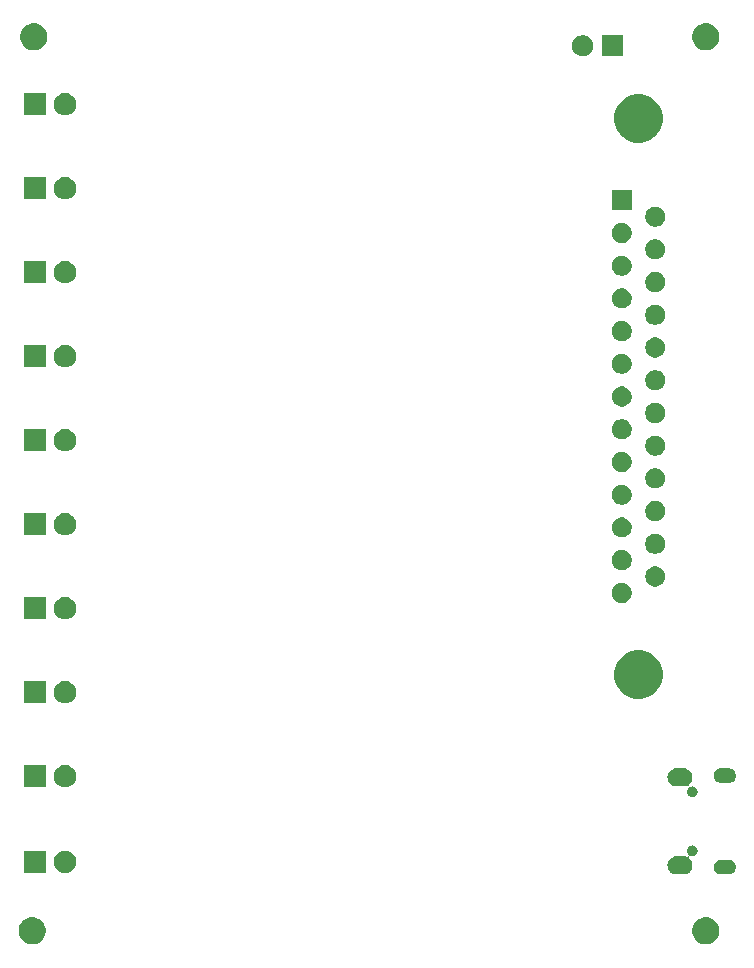
<source format=gbr>
G04 #@! TF.GenerationSoftware,KiCad,Pcbnew,(5.1.5-0)*
G04 #@! TF.CreationDate,2020-10-30T11:29:40+01:00*
G04 #@! TF.ProjectId,wifi-modem,77696669-2d6d-46f6-9465-6d2e6b696361,rev?*
G04 #@! TF.SameCoordinates,Original*
G04 #@! TF.FileFunction,Soldermask,Bot*
G04 #@! TF.FilePolarity,Negative*
%FSLAX46Y46*%
G04 Gerber Fmt 4.6, Leading zero omitted, Abs format (unit mm)*
G04 Created by KiCad (PCBNEW (5.1.5-0)) date 2020-10-30 11:29:40*
%MOMM*%
%LPD*%
G04 APERTURE LIST*
%ADD10C,0.100000*%
G04 APERTURE END LIST*
D10*
G36*
X175992549Y-137301116D02*
G01*
X176103734Y-137323232D01*
X176313203Y-137409997D01*
X176501720Y-137535960D01*
X176662040Y-137696280D01*
X176788003Y-137884797D01*
X176874768Y-138094266D01*
X176919000Y-138316636D01*
X176919000Y-138543364D01*
X176874768Y-138765734D01*
X176788003Y-138975203D01*
X176662040Y-139163720D01*
X176501720Y-139324040D01*
X176313203Y-139450003D01*
X176103734Y-139536768D01*
X175992549Y-139558884D01*
X175881365Y-139581000D01*
X175654635Y-139581000D01*
X175543451Y-139558884D01*
X175432266Y-139536768D01*
X175222797Y-139450003D01*
X175034280Y-139324040D01*
X174873960Y-139163720D01*
X174747997Y-138975203D01*
X174661232Y-138765734D01*
X174617000Y-138543364D01*
X174617000Y-138316636D01*
X174661232Y-138094266D01*
X174747997Y-137884797D01*
X174873960Y-137696280D01*
X175034280Y-137535960D01*
X175222797Y-137409997D01*
X175432266Y-137323232D01*
X175543451Y-137301116D01*
X175654635Y-137279000D01*
X175881365Y-137279000D01*
X175992549Y-137301116D01*
G37*
G36*
X118969549Y-137301116D02*
G01*
X119080734Y-137323232D01*
X119290203Y-137409997D01*
X119478720Y-137535960D01*
X119639040Y-137696280D01*
X119765003Y-137884797D01*
X119851768Y-138094266D01*
X119896000Y-138316636D01*
X119896000Y-138543364D01*
X119851768Y-138765734D01*
X119765003Y-138975203D01*
X119639040Y-139163720D01*
X119478720Y-139324040D01*
X119290203Y-139450003D01*
X119080734Y-139536768D01*
X118969549Y-139558884D01*
X118858365Y-139581000D01*
X118631635Y-139581000D01*
X118520451Y-139558884D01*
X118409266Y-139536768D01*
X118199797Y-139450003D01*
X118011280Y-139324040D01*
X117850960Y-139163720D01*
X117724997Y-138975203D01*
X117638232Y-138765734D01*
X117594000Y-138543364D01*
X117594000Y-138316636D01*
X117638232Y-138094266D01*
X117724997Y-137884797D01*
X117850960Y-137696280D01*
X118011280Y-137535960D01*
X118199797Y-137409997D01*
X118409266Y-137323232D01*
X118520451Y-137301116D01*
X118631635Y-137279000D01*
X118858365Y-137279000D01*
X118969549Y-137301116D01*
G37*
G36*
X174769352Y-131225331D02*
G01*
X174851427Y-131259328D01*
X174851429Y-131259329D01*
X174888613Y-131284175D01*
X174925295Y-131308685D01*
X174988115Y-131371505D01*
X175037472Y-131445373D01*
X175071469Y-131527448D01*
X175088800Y-131614579D01*
X175088800Y-131703421D01*
X175071469Y-131790552D01*
X175047130Y-131849310D01*
X175037471Y-131872629D01*
X174988114Y-131946496D01*
X174925296Y-132009314D01*
X174851429Y-132058671D01*
X174851428Y-132058672D01*
X174851427Y-132058672D01*
X174769352Y-132092669D01*
X174682221Y-132110000D01*
X174593379Y-132110000D01*
X174503854Y-132092193D01*
X174485057Y-132086490D01*
X174460671Y-132084088D01*
X174436285Y-132086489D01*
X174412836Y-132093602D01*
X174391225Y-132105153D01*
X174372283Y-132120698D01*
X174356737Y-132139639D01*
X174345186Y-132161250D01*
X174338072Y-132184699D01*
X174335670Y-132209085D01*
X174338071Y-132233471D01*
X174345184Y-132256920D01*
X174356735Y-132278531D01*
X174372280Y-132297473D01*
X174381370Y-132305712D01*
X174414167Y-132332628D01*
X174511145Y-132450796D01*
X174583198Y-132585598D01*
X174627572Y-132731879D01*
X174642554Y-132884000D01*
X174627572Y-133036121D01*
X174583198Y-133182402D01*
X174511145Y-133317204D01*
X174511143Y-133317207D01*
X174511142Y-133317208D01*
X174414169Y-133435369D01*
X174332428Y-133502453D01*
X174296004Y-133532345D01*
X174161202Y-133604398D01*
X174014921Y-133648772D01*
X173900918Y-133660000D01*
X173274682Y-133660000D01*
X173160679Y-133648772D01*
X173014398Y-133604398D01*
X172879596Y-133532345D01*
X172843173Y-133502453D01*
X172761431Y-133435369D01*
X172664458Y-133317208D01*
X172664457Y-133317207D01*
X172664455Y-133317204D01*
X172592402Y-133182402D01*
X172548028Y-133036121D01*
X172533046Y-132884000D01*
X172548028Y-132731879D01*
X172592402Y-132585598D01*
X172664455Y-132450796D01*
X172761431Y-132332631D01*
X172827352Y-132278531D01*
X172879592Y-132235658D01*
X172879593Y-132235657D01*
X172879596Y-132235655D01*
X173014398Y-132163602D01*
X173160679Y-132119228D01*
X173274682Y-132108000D01*
X173900918Y-132108000D01*
X174014921Y-132119228D01*
X174167136Y-132165402D01*
X174178361Y-132170052D01*
X174202395Y-132174833D01*
X174226899Y-132174833D01*
X174250932Y-132170054D01*
X174273571Y-132160677D01*
X174293946Y-132147064D01*
X174311273Y-132129737D01*
X174324888Y-132109363D01*
X174334266Y-132086725D01*
X174339047Y-132062691D01*
X174339047Y-132038187D01*
X174334268Y-132014154D01*
X174324891Y-131991515D01*
X174311278Y-131971140D01*
X174303038Y-131962048D01*
X174287485Y-131946495D01*
X174238128Y-131872627D01*
X174204131Y-131790552D01*
X174186800Y-131703421D01*
X174186800Y-131614579D01*
X174204131Y-131527448D01*
X174238128Y-131445373D01*
X174287485Y-131371505D01*
X174350305Y-131308685D01*
X174386987Y-131284175D01*
X174424171Y-131259329D01*
X174424173Y-131259328D01*
X174506248Y-131225331D01*
X174593379Y-131208000D01*
X174682221Y-131208000D01*
X174769352Y-131225331D01*
G37*
G36*
X177835515Y-132417058D02*
G01*
X177931553Y-132446191D01*
X177946735Y-132450796D01*
X177953522Y-132452855D01*
X178062268Y-132510981D01*
X178157590Y-132589210D01*
X178235819Y-132684532D01*
X178293945Y-132793278D01*
X178329742Y-132911285D01*
X178341828Y-133034000D01*
X178329742Y-133156715D01*
X178293945Y-133274722D01*
X178235819Y-133383468D01*
X178157590Y-133478790D01*
X178062268Y-133557019D01*
X177953522Y-133615145D01*
X177835515Y-133650942D01*
X177743546Y-133660000D01*
X177032054Y-133660000D01*
X176940085Y-133650942D01*
X176822078Y-133615145D01*
X176713332Y-133557019D01*
X176618010Y-133478790D01*
X176539781Y-133383468D01*
X176481655Y-133274722D01*
X176445858Y-133156715D01*
X176433772Y-133034000D01*
X176445858Y-132911285D01*
X176481655Y-132793278D01*
X176539781Y-132684532D01*
X176618010Y-132589210D01*
X176713332Y-132510981D01*
X176822078Y-132452855D01*
X176828866Y-132450796D01*
X176844047Y-132446191D01*
X176940085Y-132417058D01*
X177032054Y-132408000D01*
X177743546Y-132408000D01*
X177835515Y-132417058D01*
G37*
G36*
X121816395Y-131673546D02*
G01*
X121989466Y-131745234D01*
X121989467Y-131745235D01*
X122145227Y-131849310D01*
X122277690Y-131981773D01*
X122277691Y-131981775D01*
X122381766Y-132137534D01*
X122453454Y-132310605D01*
X122490000Y-132494333D01*
X122490000Y-132681667D01*
X122453454Y-132865395D01*
X122381766Y-133038466D01*
X122381765Y-133038467D01*
X122277690Y-133194227D01*
X122145227Y-133326690D01*
X122066818Y-133379081D01*
X121989466Y-133430766D01*
X121816395Y-133502454D01*
X121632667Y-133539000D01*
X121445333Y-133539000D01*
X121261605Y-133502454D01*
X121088534Y-133430766D01*
X121011182Y-133379081D01*
X120932773Y-133326690D01*
X120800310Y-133194227D01*
X120696235Y-133038467D01*
X120696234Y-133038466D01*
X120624546Y-132865395D01*
X120588000Y-132681667D01*
X120588000Y-132494333D01*
X120624546Y-132310605D01*
X120696234Y-132137534D01*
X120800309Y-131981775D01*
X120800310Y-131981773D01*
X120932773Y-131849310D01*
X121088533Y-131745235D01*
X121088534Y-131745234D01*
X121261605Y-131673546D01*
X121445333Y-131637000D01*
X121632667Y-131637000D01*
X121816395Y-131673546D01*
G37*
G36*
X119950000Y-133539000D02*
G01*
X118048000Y-133539000D01*
X118048000Y-131637000D01*
X119950000Y-131637000D01*
X119950000Y-133539000D01*
G37*
G36*
X174014921Y-124669228D02*
G01*
X174161202Y-124713602D01*
X174296004Y-124785655D01*
X174296007Y-124785657D01*
X174296008Y-124785658D01*
X174414169Y-124882631D01*
X174456763Y-124934531D01*
X174511145Y-125000796D01*
X174583198Y-125135598D01*
X174627572Y-125281879D01*
X174642554Y-125434000D01*
X174627572Y-125586121D01*
X174583198Y-125732402D01*
X174511145Y-125867204D01*
X174414167Y-125985372D01*
X174381370Y-126012288D01*
X174364043Y-126029615D01*
X174350430Y-126049989D01*
X174341052Y-126072628D01*
X174336272Y-126096661D01*
X174336272Y-126121165D01*
X174341052Y-126145199D01*
X174350430Y-126167837D01*
X174364044Y-126188212D01*
X174381371Y-126205539D01*
X174401745Y-126219152D01*
X174424384Y-126228530D01*
X174448417Y-126233310D01*
X174472921Y-126233310D01*
X174496955Y-126228530D01*
X174505449Y-126225490D01*
X174593379Y-126208000D01*
X174682221Y-126208000D01*
X174769352Y-126225331D01*
X174851427Y-126259328D01*
X174851429Y-126259329D01*
X174857601Y-126263453D01*
X174925295Y-126308685D01*
X174988115Y-126371505D01*
X175037472Y-126445373D01*
X175071469Y-126527448D01*
X175088800Y-126614579D01*
X175088800Y-126703421D01*
X175071469Y-126790552D01*
X175037472Y-126872627D01*
X175037471Y-126872629D01*
X174988114Y-126946496D01*
X174925296Y-127009314D01*
X174851429Y-127058671D01*
X174851428Y-127058672D01*
X174851427Y-127058672D01*
X174769352Y-127092669D01*
X174682221Y-127110000D01*
X174593379Y-127110000D01*
X174506248Y-127092669D01*
X174424173Y-127058672D01*
X174424172Y-127058672D01*
X174424171Y-127058671D01*
X174350304Y-127009314D01*
X174287486Y-126946496D01*
X174238129Y-126872629D01*
X174238128Y-126872627D01*
X174204131Y-126790552D01*
X174186800Y-126703421D01*
X174186800Y-126614579D01*
X174204131Y-126527448D01*
X174238128Y-126445373D01*
X174287485Y-126371505D01*
X174303038Y-126355952D01*
X174318583Y-126337010D01*
X174330134Y-126315399D01*
X174337247Y-126291950D01*
X174339649Y-126267564D01*
X174337247Y-126243178D01*
X174330134Y-126219729D01*
X174318583Y-126198118D01*
X174303038Y-126179176D01*
X174284096Y-126163631D01*
X174262485Y-126152080D01*
X174239036Y-126144967D01*
X174214650Y-126142565D01*
X174190264Y-126144967D01*
X174166815Y-126152080D01*
X174163186Y-126153796D01*
X174161200Y-126154398D01*
X174161199Y-126154399D01*
X174130765Y-126163631D01*
X174014921Y-126198772D01*
X173900918Y-126210000D01*
X173274682Y-126210000D01*
X173160679Y-126198772D01*
X173014398Y-126154398D01*
X172879596Y-126082345D01*
X172815345Y-126029615D01*
X172761431Y-125985369D01*
X172664458Y-125867208D01*
X172664457Y-125867207D01*
X172664455Y-125867204D01*
X172592402Y-125732402D01*
X172548028Y-125586121D01*
X172533046Y-125434000D01*
X172548028Y-125281879D01*
X172592402Y-125135598D01*
X172664455Y-125000796D01*
X172718838Y-124934531D01*
X172761431Y-124882631D01*
X172879592Y-124785658D01*
X172879593Y-124785657D01*
X172879596Y-124785655D01*
X173014398Y-124713602D01*
X173160679Y-124669228D01*
X173274682Y-124658000D01*
X173900918Y-124658000D01*
X174014921Y-124669228D01*
G37*
G36*
X121816395Y-124434546D02*
G01*
X121989466Y-124506234D01*
X121989467Y-124506235D01*
X122145227Y-124610310D01*
X122277690Y-124742773D01*
X122277691Y-124742775D01*
X122381766Y-124898534D01*
X122453454Y-125071605D01*
X122490000Y-125255333D01*
X122490000Y-125442667D01*
X122453454Y-125626395D01*
X122381766Y-125799466D01*
X122381765Y-125799467D01*
X122277690Y-125955227D01*
X122145227Y-126087690D01*
X122095128Y-126121165D01*
X121989466Y-126191766D01*
X121816395Y-126263454D01*
X121632667Y-126300000D01*
X121445333Y-126300000D01*
X121261605Y-126263454D01*
X121088534Y-126191766D01*
X120982872Y-126121165D01*
X120932773Y-126087690D01*
X120800310Y-125955227D01*
X120696235Y-125799467D01*
X120696234Y-125799466D01*
X120624546Y-125626395D01*
X120588000Y-125442667D01*
X120588000Y-125255333D01*
X120624546Y-125071605D01*
X120696234Y-124898534D01*
X120800309Y-124742775D01*
X120800310Y-124742773D01*
X120932773Y-124610310D01*
X121088533Y-124506235D01*
X121088534Y-124506234D01*
X121261605Y-124434546D01*
X121445333Y-124398000D01*
X121632667Y-124398000D01*
X121816395Y-124434546D01*
G37*
G36*
X119950000Y-126300000D02*
G01*
X118048000Y-126300000D01*
X118048000Y-124398000D01*
X119950000Y-124398000D01*
X119950000Y-126300000D01*
G37*
G36*
X177835515Y-124667058D02*
G01*
X177953522Y-124702855D01*
X178062268Y-124760981D01*
X178157590Y-124839210D01*
X178235819Y-124934532D01*
X178293945Y-125043278D01*
X178329742Y-125161285D01*
X178341828Y-125284000D01*
X178329742Y-125406715D01*
X178293945Y-125524722D01*
X178235819Y-125633468D01*
X178157590Y-125728790D01*
X178062268Y-125807019D01*
X177953522Y-125865145D01*
X177953519Y-125865146D01*
X177946721Y-125867208D01*
X177835515Y-125900942D01*
X177743546Y-125910000D01*
X177032054Y-125910000D01*
X176940085Y-125900942D01*
X176828879Y-125867208D01*
X176822081Y-125865146D01*
X176822078Y-125865145D01*
X176713332Y-125807019D01*
X176618010Y-125728790D01*
X176539781Y-125633468D01*
X176481655Y-125524722D01*
X176445858Y-125406715D01*
X176433772Y-125284000D01*
X176445858Y-125161285D01*
X176481655Y-125043278D01*
X176539781Y-124934532D01*
X176618010Y-124839210D01*
X176713332Y-124760981D01*
X176822078Y-124702855D01*
X176940085Y-124667058D01*
X177032054Y-124658000D01*
X177743546Y-124658000D01*
X177835515Y-124667058D01*
G37*
G36*
X119950000Y-119188000D02*
G01*
X118048000Y-119188000D01*
X118048000Y-117286000D01*
X119950000Y-117286000D01*
X119950000Y-119188000D01*
G37*
G36*
X121816395Y-117322546D02*
G01*
X121989466Y-117394234D01*
X121989467Y-117394235D01*
X122145227Y-117498310D01*
X122277690Y-117630773D01*
X122277691Y-117630775D01*
X122381766Y-117786534D01*
X122453454Y-117959605D01*
X122490000Y-118143333D01*
X122490000Y-118330667D01*
X122453454Y-118514395D01*
X122381766Y-118687466D01*
X122381765Y-118687467D01*
X122277690Y-118843227D01*
X122145227Y-118975690D01*
X122066818Y-119028081D01*
X121989466Y-119079766D01*
X121816395Y-119151454D01*
X121632667Y-119188000D01*
X121445333Y-119188000D01*
X121261605Y-119151454D01*
X121088534Y-119079766D01*
X121011182Y-119028081D01*
X120932773Y-118975690D01*
X120800310Y-118843227D01*
X120696235Y-118687467D01*
X120696234Y-118687466D01*
X120624546Y-118514395D01*
X120588000Y-118330667D01*
X120588000Y-118143333D01*
X120624546Y-117959605D01*
X120696234Y-117786534D01*
X120800309Y-117630775D01*
X120800310Y-117630773D01*
X120932773Y-117498310D01*
X121088533Y-117394235D01*
X121088534Y-117394234D01*
X121261605Y-117322546D01*
X121445333Y-117286000D01*
X121632667Y-117286000D01*
X121816395Y-117322546D01*
G37*
G36*
X170674254Y-114778818D02*
G01*
X171047511Y-114933426D01*
X171047513Y-114933427D01*
X171383436Y-115157884D01*
X171669116Y-115443564D01*
X171893574Y-115779489D01*
X172048182Y-116152746D01*
X172127000Y-116548993D01*
X172127000Y-116953007D01*
X172048182Y-117349254D01*
X172029550Y-117394235D01*
X171893573Y-117722513D01*
X171669116Y-118058436D01*
X171383436Y-118344116D01*
X171047513Y-118568573D01*
X171047512Y-118568574D01*
X171047511Y-118568574D01*
X170674254Y-118723182D01*
X170278007Y-118802000D01*
X169873993Y-118802000D01*
X169477746Y-118723182D01*
X169104489Y-118568574D01*
X169104488Y-118568574D01*
X169104487Y-118568573D01*
X168768564Y-118344116D01*
X168482884Y-118058436D01*
X168258427Y-117722513D01*
X168122450Y-117394235D01*
X168103818Y-117349254D01*
X168025000Y-116953007D01*
X168025000Y-116548993D01*
X168103818Y-116152746D01*
X168258426Y-115779489D01*
X168482884Y-115443564D01*
X168768564Y-115157884D01*
X169104487Y-114933427D01*
X169104489Y-114933426D01*
X169477746Y-114778818D01*
X169873993Y-114700000D01*
X170278007Y-114700000D01*
X170674254Y-114778818D01*
G37*
G36*
X119950000Y-112076000D02*
G01*
X118048000Y-112076000D01*
X118048000Y-110174000D01*
X119950000Y-110174000D01*
X119950000Y-112076000D01*
G37*
G36*
X121816395Y-110210546D02*
G01*
X121989466Y-110282234D01*
X121989467Y-110282235D01*
X122145227Y-110386310D01*
X122277690Y-110518773D01*
X122277691Y-110518775D01*
X122381766Y-110674534D01*
X122453454Y-110847605D01*
X122490000Y-111031333D01*
X122490000Y-111218667D01*
X122453454Y-111402395D01*
X122381766Y-111575466D01*
X122381765Y-111575467D01*
X122277690Y-111731227D01*
X122145227Y-111863690D01*
X122066818Y-111916081D01*
X121989466Y-111967766D01*
X121816395Y-112039454D01*
X121632667Y-112076000D01*
X121445333Y-112076000D01*
X121261605Y-112039454D01*
X121088534Y-111967766D01*
X121011182Y-111916081D01*
X120932773Y-111863690D01*
X120800310Y-111731227D01*
X120696235Y-111575467D01*
X120696234Y-111575466D01*
X120624546Y-111402395D01*
X120588000Y-111218667D01*
X120588000Y-111031333D01*
X120624546Y-110847605D01*
X120696234Y-110674534D01*
X120800309Y-110518775D01*
X120800310Y-110518773D01*
X120932773Y-110386310D01*
X121088533Y-110282235D01*
X121088534Y-110282234D01*
X121261605Y-110210546D01*
X121445333Y-110174000D01*
X121632667Y-110174000D01*
X121816395Y-110210546D01*
G37*
G36*
X168904228Y-109002703D02*
G01*
X169059100Y-109066853D01*
X169198481Y-109159985D01*
X169317015Y-109278519D01*
X169410147Y-109417900D01*
X169474297Y-109572772D01*
X169507000Y-109737184D01*
X169507000Y-109904816D01*
X169474297Y-110069228D01*
X169410147Y-110224100D01*
X169317015Y-110363481D01*
X169198481Y-110482015D01*
X169059100Y-110575147D01*
X168904228Y-110639297D01*
X168739816Y-110672000D01*
X168572184Y-110672000D01*
X168407772Y-110639297D01*
X168252900Y-110575147D01*
X168113519Y-110482015D01*
X167994985Y-110363481D01*
X167901853Y-110224100D01*
X167837703Y-110069228D01*
X167805000Y-109904816D01*
X167805000Y-109737184D01*
X167837703Y-109572772D01*
X167901853Y-109417900D01*
X167994985Y-109278519D01*
X168113519Y-109159985D01*
X168252900Y-109066853D01*
X168407772Y-109002703D01*
X168572184Y-108970000D01*
X168739816Y-108970000D01*
X168904228Y-109002703D01*
G37*
G36*
X171744228Y-107617703D02*
G01*
X171899100Y-107681853D01*
X172038481Y-107774985D01*
X172157015Y-107893519D01*
X172250147Y-108032900D01*
X172314297Y-108187772D01*
X172347000Y-108352184D01*
X172347000Y-108519816D01*
X172314297Y-108684228D01*
X172250147Y-108839100D01*
X172157015Y-108978481D01*
X172038481Y-109097015D01*
X171899100Y-109190147D01*
X171744228Y-109254297D01*
X171579816Y-109287000D01*
X171412184Y-109287000D01*
X171247772Y-109254297D01*
X171092900Y-109190147D01*
X170953519Y-109097015D01*
X170834985Y-108978481D01*
X170741853Y-108839100D01*
X170677703Y-108684228D01*
X170645000Y-108519816D01*
X170645000Y-108352184D01*
X170677703Y-108187772D01*
X170741853Y-108032900D01*
X170834985Y-107893519D01*
X170953519Y-107774985D01*
X171092900Y-107681853D01*
X171247772Y-107617703D01*
X171412184Y-107585000D01*
X171579816Y-107585000D01*
X171744228Y-107617703D01*
G37*
G36*
X168904228Y-106232703D02*
G01*
X169059100Y-106296853D01*
X169198481Y-106389985D01*
X169317015Y-106508519D01*
X169410147Y-106647900D01*
X169474297Y-106802772D01*
X169507000Y-106967184D01*
X169507000Y-107134816D01*
X169474297Y-107299228D01*
X169410147Y-107454100D01*
X169317015Y-107593481D01*
X169198481Y-107712015D01*
X169059100Y-107805147D01*
X168904228Y-107869297D01*
X168739816Y-107902000D01*
X168572184Y-107902000D01*
X168407772Y-107869297D01*
X168252900Y-107805147D01*
X168113519Y-107712015D01*
X167994985Y-107593481D01*
X167901853Y-107454100D01*
X167837703Y-107299228D01*
X167805000Y-107134816D01*
X167805000Y-106967184D01*
X167837703Y-106802772D01*
X167901853Y-106647900D01*
X167994985Y-106508519D01*
X168113519Y-106389985D01*
X168252900Y-106296853D01*
X168407772Y-106232703D01*
X168572184Y-106200000D01*
X168739816Y-106200000D01*
X168904228Y-106232703D01*
G37*
G36*
X171744228Y-104847703D02*
G01*
X171899100Y-104911853D01*
X172038481Y-105004985D01*
X172157015Y-105123519D01*
X172250147Y-105262900D01*
X172314297Y-105417772D01*
X172347000Y-105582184D01*
X172347000Y-105749816D01*
X172314297Y-105914228D01*
X172250147Y-106069100D01*
X172157015Y-106208481D01*
X172038481Y-106327015D01*
X171899100Y-106420147D01*
X171744228Y-106484297D01*
X171579816Y-106517000D01*
X171412184Y-106517000D01*
X171247772Y-106484297D01*
X171092900Y-106420147D01*
X170953519Y-106327015D01*
X170834985Y-106208481D01*
X170741853Y-106069100D01*
X170677703Y-105914228D01*
X170645000Y-105749816D01*
X170645000Y-105582184D01*
X170677703Y-105417772D01*
X170741853Y-105262900D01*
X170834985Y-105123519D01*
X170953519Y-105004985D01*
X171092900Y-104911853D01*
X171247772Y-104847703D01*
X171412184Y-104815000D01*
X171579816Y-104815000D01*
X171744228Y-104847703D01*
G37*
G36*
X168904228Y-103462703D02*
G01*
X169059100Y-103526853D01*
X169198481Y-103619985D01*
X169317015Y-103738519D01*
X169410147Y-103877900D01*
X169474297Y-104032772D01*
X169507000Y-104197184D01*
X169507000Y-104364816D01*
X169474297Y-104529228D01*
X169410147Y-104684100D01*
X169317015Y-104823481D01*
X169198481Y-104942015D01*
X169059100Y-105035147D01*
X168904228Y-105099297D01*
X168739816Y-105132000D01*
X168572184Y-105132000D01*
X168407772Y-105099297D01*
X168252900Y-105035147D01*
X168113519Y-104942015D01*
X167994985Y-104823481D01*
X167901853Y-104684100D01*
X167837703Y-104529228D01*
X167805000Y-104364816D01*
X167805000Y-104197184D01*
X167837703Y-104032772D01*
X167901853Y-103877900D01*
X167994985Y-103738519D01*
X168113519Y-103619985D01*
X168252900Y-103526853D01*
X168407772Y-103462703D01*
X168572184Y-103430000D01*
X168739816Y-103430000D01*
X168904228Y-103462703D01*
G37*
G36*
X119950000Y-104964000D02*
G01*
X118048000Y-104964000D01*
X118048000Y-103062000D01*
X119950000Y-103062000D01*
X119950000Y-104964000D01*
G37*
G36*
X121816395Y-103098546D02*
G01*
X121989466Y-103170234D01*
X121989467Y-103170235D01*
X122145227Y-103274310D01*
X122277690Y-103406773D01*
X122315061Y-103462703D01*
X122381766Y-103562534D01*
X122453454Y-103735605D01*
X122490000Y-103919333D01*
X122490000Y-104106667D01*
X122453454Y-104290395D01*
X122381766Y-104463466D01*
X122381765Y-104463467D01*
X122277690Y-104619227D01*
X122145227Y-104751690D01*
X122066818Y-104804081D01*
X121989466Y-104855766D01*
X121816395Y-104927454D01*
X121632667Y-104964000D01*
X121445333Y-104964000D01*
X121261605Y-104927454D01*
X121088534Y-104855766D01*
X121011182Y-104804081D01*
X120932773Y-104751690D01*
X120800310Y-104619227D01*
X120696235Y-104463467D01*
X120696234Y-104463466D01*
X120624546Y-104290395D01*
X120588000Y-104106667D01*
X120588000Y-103919333D01*
X120624546Y-103735605D01*
X120696234Y-103562534D01*
X120762939Y-103462703D01*
X120800310Y-103406773D01*
X120932773Y-103274310D01*
X121088533Y-103170235D01*
X121088534Y-103170234D01*
X121261605Y-103098546D01*
X121445333Y-103062000D01*
X121632667Y-103062000D01*
X121816395Y-103098546D01*
G37*
G36*
X171744228Y-102077703D02*
G01*
X171899100Y-102141853D01*
X172038481Y-102234985D01*
X172157015Y-102353519D01*
X172250147Y-102492900D01*
X172314297Y-102647772D01*
X172347000Y-102812184D01*
X172347000Y-102979816D01*
X172314297Y-103144228D01*
X172250147Y-103299100D01*
X172157015Y-103438481D01*
X172038481Y-103557015D01*
X171899100Y-103650147D01*
X171744228Y-103714297D01*
X171579816Y-103747000D01*
X171412184Y-103747000D01*
X171247772Y-103714297D01*
X171092900Y-103650147D01*
X170953519Y-103557015D01*
X170834985Y-103438481D01*
X170741853Y-103299100D01*
X170677703Y-103144228D01*
X170645000Y-102979816D01*
X170645000Y-102812184D01*
X170677703Y-102647772D01*
X170741853Y-102492900D01*
X170834985Y-102353519D01*
X170953519Y-102234985D01*
X171092900Y-102141853D01*
X171247772Y-102077703D01*
X171412184Y-102045000D01*
X171579816Y-102045000D01*
X171744228Y-102077703D01*
G37*
G36*
X168904228Y-100692703D02*
G01*
X169059100Y-100756853D01*
X169198481Y-100849985D01*
X169317015Y-100968519D01*
X169410147Y-101107900D01*
X169474297Y-101262772D01*
X169507000Y-101427184D01*
X169507000Y-101594816D01*
X169474297Y-101759228D01*
X169410147Y-101914100D01*
X169317015Y-102053481D01*
X169198481Y-102172015D01*
X169059100Y-102265147D01*
X168904228Y-102329297D01*
X168739816Y-102362000D01*
X168572184Y-102362000D01*
X168407772Y-102329297D01*
X168252900Y-102265147D01*
X168113519Y-102172015D01*
X167994985Y-102053481D01*
X167901853Y-101914100D01*
X167837703Y-101759228D01*
X167805000Y-101594816D01*
X167805000Y-101427184D01*
X167837703Y-101262772D01*
X167901853Y-101107900D01*
X167994985Y-100968519D01*
X168113519Y-100849985D01*
X168252900Y-100756853D01*
X168407772Y-100692703D01*
X168572184Y-100660000D01*
X168739816Y-100660000D01*
X168904228Y-100692703D01*
G37*
G36*
X171744228Y-99307703D02*
G01*
X171899100Y-99371853D01*
X172038481Y-99464985D01*
X172157015Y-99583519D01*
X172250147Y-99722900D01*
X172314297Y-99877772D01*
X172347000Y-100042184D01*
X172347000Y-100209816D01*
X172314297Y-100374228D01*
X172250147Y-100529100D01*
X172157015Y-100668481D01*
X172038481Y-100787015D01*
X171899100Y-100880147D01*
X171744228Y-100944297D01*
X171579816Y-100977000D01*
X171412184Y-100977000D01*
X171247772Y-100944297D01*
X171092900Y-100880147D01*
X170953519Y-100787015D01*
X170834985Y-100668481D01*
X170741853Y-100529100D01*
X170677703Y-100374228D01*
X170645000Y-100209816D01*
X170645000Y-100042184D01*
X170677703Y-99877772D01*
X170741853Y-99722900D01*
X170834985Y-99583519D01*
X170953519Y-99464985D01*
X171092900Y-99371853D01*
X171247772Y-99307703D01*
X171412184Y-99275000D01*
X171579816Y-99275000D01*
X171744228Y-99307703D01*
G37*
G36*
X168904228Y-97922703D02*
G01*
X169059100Y-97986853D01*
X169198481Y-98079985D01*
X169317015Y-98198519D01*
X169410147Y-98337900D01*
X169474297Y-98492772D01*
X169507000Y-98657184D01*
X169507000Y-98824816D01*
X169474297Y-98989228D01*
X169410147Y-99144100D01*
X169317015Y-99283481D01*
X169198481Y-99402015D01*
X169059100Y-99495147D01*
X168904228Y-99559297D01*
X168739816Y-99592000D01*
X168572184Y-99592000D01*
X168407772Y-99559297D01*
X168252900Y-99495147D01*
X168113519Y-99402015D01*
X167994985Y-99283481D01*
X167901853Y-99144100D01*
X167837703Y-98989228D01*
X167805000Y-98824816D01*
X167805000Y-98657184D01*
X167837703Y-98492772D01*
X167901853Y-98337900D01*
X167994985Y-98198519D01*
X168113519Y-98079985D01*
X168252900Y-97986853D01*
X168407772Y-97922703D01*
X168572184Y-97890000D01*
X168739816Y-97890000D01*
X168904228Y-97922703D01*
G37*
G36*
X171744228Y-96537703D02*
G01*
X171899100Y-96601853D01*
X172038481Y-96694985D01*
X172157015Y-96813519D01*
X172250147Y-96952900D01*
X172314297Y-97107772D01*
X172347000Y-97272184D01*
X172347000Y-97439816D01*
X172314297Y-97604228D01*
X172250147Y-97759100D01*
X172157015Y-97898481D01*
X172038481Y-98017015D01*
X171899100Y-98110147D01*
X171744228Y-98174297D01*
X171579816Y-98207000D01*
X171412184Y-98207000D01*
X171247772Y-98174297D01*
X171092900Y-98110147D01*
X170953519Y-98017015D01*
X170834985Y-97898481D01*
X170741853Y-97759100D01*
X170677703Y-97604228D01*
X170645000Y-97439816D01*
X170645000Y-97272184D01*
X170677703Y-97107772D01*
X170741853Y-96952900D01*
X170834985Y-96813519D01*
X170953519Y-96694985D01*
X171092900Y-96601853D01*
X171247772Y-96537703D01*
X171412184Y-96505000D01*
X171579816Y-96505000D01*
X171744228Y-96537703D01*
G37*
G36*
X119950000Y-97852000D02*
G01*
X118048000Y-97852000D01*
X118048000Y-95950000D01*
X119950000Y-95950000D01*
X119950000Y-97852000D01*
G37*
G36*
X121816395Y-95986546D02*
G01*
X121989466Y-96058234D01*
X121989467Y-96058235D01*
X122145227Y-96162310D01*
X122277690Y-96294773D01*
X122277691Y-96294775D01*
X122381766Y-96450534D01*
X122453454Y-96623605D01*
X122490000Y-96807333D01*
X122490000Y-96994667D01*
X122453454Y-97178395D01*
X122381766Y-97351466D01*
X122381765Y-97351467D01*
X122277690Y-97507227D01*
X122145227Y-97639690D01*
X122066818Y-97692081D01*
X121989466Y-97743766D01*
X121816395Y-97815454D01*
X121632667Y-97852000D01*
X121445333Y-97852000D01*
X121261605Y-97815454D01*
X121088534Y-97743766D01*
X121011182Y-97692081D01*
X120932773Y-97639690D01*
X120800310Y-97507227D01*
X120696235Y-97351467D01*
X120696234Y-97351466D01*
X120624546Y-97178395D01*
X120588000Y-96994667D01*
X120588000Y-96807333D01*
X120624546Y-96623605D01*
X120696234Y-96450534D01*
X120800309Y-96294775D01*
X120800310Y-96294773D01*
X120932773Y-96162310D01*
X121088533Y-96058235D01*
X121088534Y-96058234D01*
X121261605Y-95986546D01*
X121445333Y-95950000D01*
X121632667Y-95950000D01*
X121816395Y-95986546D01*
G37*
G36*
X168904228Y-95152703D02*
G01*
X169059100Y-95216853D01*
X169198481Y-95309985D01*
X169317015Y-95428519D01*
X169410147Y-95567900D01*
X169474297Y-95722772D01*
X169507000Y-95887184D01*
X169507000Y-96054816D01*
X169474297Y-96219228D01*
X169410147Y-96374100D01*
X169317015Y-96513481D01*
X169198481Y-96632015D01*
X169059100Y-96725147D01*
X168904228Y-96789297D01*
X168739816Y-96822000D01*
X168572184Y-96822000D01*
X168407772Y-96789297D01*
X168252900Y-96725147D01*
X168113519Y-96632015D01*
X167994985Y-96513481D01*
X167901853Y-96374100D01*
X167837703Y-96219228D01*
X167805000Y-96054816D01*
X167805000Y-95887184D01*
X167837703Y-95722772D01*
X167901853Y-95567900D01*
X167994985Y-95428519D01*
X168113519Y-95309985D01*
X168252900Y-95216853D01*
X168407772Y-95152703D01*
X168572184Y-95120000D01*
X168739816Y-95120000D01*
X168904228Y-95152703D01*
G37*
G36*
X171744228Y-93767703D02*
G01*
X171899100Y-93831853D01*
X172038481Y-93924985D01*
X172157015Y-94043519D01*
X172250147Y-94182900D01*
X172314297Y-94337772D01*
X172347000Y-94502184D01*
X172347000Y-94669816D01*
X172314297Y-94834228D01*
X172250147Y-94989100D01*
X172157015Y-95128481D01*
X172038481Y-95247015D01*
X171899100Y-95340147D01*
X171744228Y-95404297D01*
X171579816Y-95437000D01*
X171412184Y-95437000D01*
X171247772Y-95404297D01*
X171092900Y-95340147D01*
X170953519Y-95247015D01*
X170834985Y-95128481D01*
X170741853Y-94989100D01*
X170677703Y-94834228D01*
X170645000Y-94669816D01*
X170645000Y-94502184D01*
X170677703Y-94337772D01*
X170741853Y-94182900D01*
X170834985Y-94043519D01*
X170953519Y-93924985D01*
X171092900Y-93831853D01*
X171247772Y-93767703D01*
X171412184Y-93735000D01*
X171579816Y-93735000D01*
X171744228Y-93767703D01*
G37*
G36*
X168904228Y-92382703D02*
G01*
X169059100Y-92446853D01*
X169198481Y-92539985D01*
X169317015Y-92658519D01*
X169410147Y-92797900D01*
X169474297Y-92952772D01*
X169507000Y-93117184D01*
X169507000Y-93284816D01*
X169474297Y-93449228D01*
X169410147Y-93604100D01*
X169317015Y-93743481D01*
X169198481Y-93862015D01*
X169059100Y-93955147D01*
X168904228Y-94019297D01*
X168739816Y-94052000D01*
X168572184Y-94052000D01*
X168407772Y-94019297D01*
X168252900Y-93955147D01*
X168113519Y-93862015D01*
X167994985Y-93743481D01*
X167901853Y-93604100D01*
X167837703Y-93449228D01*
X167805000Y-93284816D01*
X167805000Y-93117184D01*
X167837703Y-92952772D01*
X167901853Y-92797900D01*
X167994985Y-92658519D01*
X168113519Y-92539985D01*
X168252900Y-92446853D01*
X168407772Y-92382703D01*
X168572184Y-92350000D01*
X168739816Y-92350000D01*
X168904228Y-92382703D01*
G37*
G36*
X171744228Y-90997703D02*
G01*
X171899100Y-91061853D01*
X172038481Y-91154985D01*
X172157015Y-91273519D01*
X172250147Y-91412900D01*
X172314297Y-91567772D01*
X172347000Y-91732184D01*
X172347000Y-91899816D01*
X172314297Y-92064228D01*
X172250147Y-92219100D01*
X172157015Y-92358481D01*
X172038481Y-92477015D01*
X171899100Y-92570147D01*
X171744228Y-92634297D01*
X171579816Y-92667000D01*
X171412184Y-92667000D01*
X171247772Y-92634297D01*
X171092900Y-92570147D01*
X170953519Y-92477015D01*
X170834985Y-92358481D01*
X170741853Y-92219100D01*
X170677703Y-92064228D01*
X170645000Y-91899816D01*
X170645000Y-91732184D01*
X170677703Y-91567772D01*
X170741853Y-91412900D01*
X170834985Y-91273519D01*
X170953519Y-91154985D01*
X171092900Y-91061853D01*
X171247772Y-90997703D01*
X171412184Y-90965000D01*
X171579816Y-90965000D01*
X171744228Y-90997703D01*
G37*
G36*
X168904228Y-89612703D02*
G01*
X169059100Y-89676853D01*
X169198481Y-89769985D01*
X169317015Y-89888519D01*
X169410147Y-90027900D01*
X169474297Y-90182772D01*
X169507000Y-90347184D01*
X169507000Y-90514816D01*
X169474297Y-90679228D01*
X169410147Y-90834100D01*
X169317015Y-90973481D01*
X169198481Y-91092015D01*
X169059100Y-91185147D01*
X168904228Y-91249297D01*
X168739816Y-91282000D01*
X168572184Y-91282000D01*
X168407772Y-91249297D01*
X168252900Y-91185147D01*
X168113519Y-91092015D01*
X167994985Y-90973481D01*
X167901853Y-90834100D01*
X167837703Y-90679228D01*
X167805000Y-90514816D01*
X167805000Y-90347184D01*
X167837703Y-90182772D01*
X167901853Y-90027900D01*
X167994985Y-89888519D01*
X168113519Y-89769985D01*
X168252900Y-89676853D01*
X168407772Y-89612703D01*
X168572184Y-89580000D01*
X168739816Y-89580000D01*
X168904228Y-89612703D01*
G37*
G36*
X119950000Y-90740000D02*
G01*
X118048000Y-90740000D01*
X118048000Y-88838000D01*
X119950000Y-88838000D01*
X119950000Y-90740000D01*
G37*
G36*
X121816395Y-88874546D02*
G01*
X121989466Y-88946234D01*
X122013338Y-88962185D01*
X122145227Y-89050310D01*
X122277690Y-89182773D01*
X122277691Y-89182775D01*
X122381766Y-89338534D01*
X122453454Y-89511605D01*
X122490000Y-89695333D01*
X122490000Y-89882667D01*
X122453454Y-90066395D01*
X122381766Y-90239466D01*
X122381765Y-90239467D01*
X122277690Y-90395227D01*
X122145227Y-90527690D01*
X122066818Y-90580081D01*
X121989466Y-90631766D01*
X121816395Y-90703454D01*
X121632667Y-90740000D01*
X121445333Y-90740000D01*
X121261605Y-90703454D01*
X121088534Y-90631766D01*
X121011182Y-90580081D01*
X120932773Y-90527690D01*
X120800310Y-90395227D01*
X120696235Y-90239467D01*
X120696234Y-90239466D01*
X120624546Y-90066395D01*
X120588000Y-89882667D01*
X120588000Y-89695333D01*
X120624546Y-89511605D01*
X120696234Y-89338534D01*
X120800309Y-89182775D01*
X120800310Y-89182773D01*
X120932773Y-89050310D01*
X121064662Y-88962185D01*
X121088534Y-88946234D01*
X121261605Y-88874546D01*
X121445333Y-88838000D01*
X121632667Y-88838000D01*
X121816395Y-88874546D01*
G37*
G36*
X171744228Y-88227703D02*
G01*
X171899100Y-88291853D01*
X172038481Y-88384985D01*
X172157015Y-88503519D01*
X172250147Y-88642900D01*
X172314297Y-88797772D01*
X172347000Y-88962184D01*
X172347000Y-89129816D01*
X172314297Y-89294228D01*
X172250147Y-89449100D01*
X172157015Y-89588481D01*
X172038481Y-89707015D01*
X171899100Y-89800147D01*
X171744228Y-89864297D01*
X171579816Y-89897000D01*
X171412184Y-89897000D01*
X171247772Y-89864297D01*
X171092900Y-89800147D01*
X170953519Y-89707015D01*
X170834985Y-89588481D01*
X170741853Y-89449100D01*
X170677703Y-89294228D01*
X170645000Y-89129816D01*
X170645000Y-88962184D01*
X170677703Y-88797772D01*
X170741853Y-88642900D01*
X170834985Y-88503519D01*
X170953519Y-88384985D01*
X171092900Y-88291853D01*
X171247772Y-88227703D01*
X171412184Y-88195000D01*
X171579816Y-88195000D01*
X171744228Y-88227703D01*
G37*
G36*
X168904228Y-86842703D02*
G01*
X169059100Y-86906853D01*
X169198481Y-86999985D01*
X169317015Y-87118519D01*
X169410147Y-87257900D01*
X169474297Y-87412772D01*
X169507000Y-87577184D01*
X169507000Y-87744816D01*
X169474297Y-87909228D01*
X169410147Y-88064100D01*
X169317015Y-88203481D01*
X169198481Y-88322015D01*
X169059100Y-88415147D01*
X168904228Y-88479297D01*
X168739816Y-88512000D01*
X168572184Y-88512000D01*
X168407772Y-88479297D01*
X168252900Y-88415147D01*
X168113519Y-88322015D01*
X167994985Y-88203481D01*
X167901853Y-88064100D01*
X167837703Y-87909228D01*
X167805000Y-87744816D01*
X167805000Y-87577184D01*
X167837703Y-87412772D01*
X167901853Y-87257900D01*
X167994985Y-87118519D01*
X168113519Y-86999985D01*
X168252900Y-86906853D01*
X168407772Y-86842703D01*
X168572184Y-86810000D01*
X168739816Y-86810000D01*
X168904228Y-86842703D01*
G37*
G36*
X171744228Y-85457703D02*
G01*
X171899100Y-85521853D01*
X172038481Y-85614985D01*
X172157015Y-85733519D01*
X172250147Y-85872900D01*
X172314297Y-86027772D01*
X172347000Y-86192184D01*
X172347000Y-86359816D01*
X172314297Y-86524228D01*
X172250147Y-86679100D01*
X172157015Y-86818481D01*
X172038481Y-86937015D01*
X171899100Y-87030147D01*
X171744228Y-87094297D01*
X171579816Y-87127000D01*
X171412184Y-87127000D01*
X171247772Y-87094297D01*
X171092900Y-87030147D01*
X170953519Y-86937015D01*
X170834985Y-86818481D01*
X170741853Y-86679100D01*
X170677703Y-86524228D01*
X170645000Y-86359816D01*
X170645000Y-86192184D01*
X170677703Y-86027772D01*
X170741853Y-85872900D01*
X170834985Y-85733519D01*
X170953519Y-85614985D01*
X171092900Y-85521853D01*
X171247772Y-85457703D01*
X171412184Y-85425000D01*
X171579816Y-85425000D01*
X171744228Y-85457703D01*
G37*
G36*
X168904228Y-84072703D02*
G01*
X169059100Y-84136853D01*
X169198481Y-84229985D01*
X169317015Y-84348519D01*
X169410147Y-84487900D01*
X169474297Y-84642772D01*
X169507000Y-84807184D01*
X169507000Y-84974816D01*
X169474297Y-85139228D01*
X169410147Y-85294100D01*
X169317015Y-85433481D01*
X169198481Y-85552015D01*
X169059100Y-85645147D01*
X168904228Y-85709297D01*
X168739816Y-85742000D01*
X168572184Y-85742000D01*
X168407772Y-85709297D01*
X168252900Y-85645147D01*
X168113519Y-85552015D01*
X167994985Y-85433481D01*
X167901853Y-85294100D01*
X167837703Y-85139228D01*
X167805000Y-84974816D01*
X167805000Y-84807184D01*
X167837703Y-84642772D01*
X167901853Y-84487900D01*
X167994985Y-84348519D01*
X168113519Y-84229985D01*
X168252900Y-84136853D01*
X168407772Y-84072703D01*
X168572184Y-84040000D01*
X168739816Y-84040000D01*
X168904228Y-84072703D01*
G37*
G36*
X171744228Y-82687703D02*
G01*
X171899100Y-82751853D01*
X172038481Y-82844985D01*
X172157015Y-82963519D01*
X172250147Y-83102900D01*
X172314297Y-83257772D01*
X172347000Y-83422184D01*
X172347000Y-83589816D01*
X172314297Y-83754228D01*
X172250147Y-83909100D01*
X172157015Y-84048481D01*
X172038481Y-84167015D01*
X171899100Y-84260147D01*
X171744228Y-84324297D01*
X171579816Y-84357000D01*
X171412184Y-84357000D01*
X171247772Y-84324297D01*
X171092900Y-84260147D01*
X170953519Y-84167015D01*
X170834985Y-84048481D01*
X170741853Y-83909100D01*
X170677703Y-83754228D01*
X170645000Y-83589816D01*
X170645000Y-83422184D01*
X170677703Y-83257772D01*
X170741853Y-83102900D01*
X170834985Y-82963519D01*
X170953519Y-82844985D01*
X171092900Y-82751853D01*
X171247772Y-82687703D01*
X171412184Y-82655000D01*
X171579816Y-82655000D01*
X171744228Y-82687703D01*
G37*
G36*
X121816395Y-81762546D02*
G01*
X121989466Y-81834234D01*
X122047142Y-81872772D01*
X122145227Y-81938310D01*
X122277690Y-82070773D01*
X122277691Y-82070775D01*
X122381766Y-82226534D01*
X122453454Y-82399605D01*
X122490000Y-82583333D01*
X122490000Y-82770667D01*
X122453454Y-82954395D01*
X122381766Y-83127466D01*
X122381765Y-83127467D01*
X122277690Y-83283227D01*
X122145227Y-83415690D01*
X122135508Y-83422184D01*
X121989466Y-83519766D01*
X121816395Y-83591454D01*
X121632667Y-83628000D01*
X121445333Y-83628000D01*
X121261605Y-83591454D01*
X121088534Y-83519766D01*
X120942492Y-83422184D01*
X120932773Y-83415690D01*
X120800310Y-83283227D01*
X120696235Y-83127467D01*
X120696234Y-83127466D01*
X120624546Y-82954395D01*
X120588000Y-82770667D01*
X120588000Y-82583333D01*
X120624546Y-82399605D01*
X120696234Y-82226534D01*
X120800309Y-82070775D01*
X120800310Y-82070773D01*
X120932773Y-81938310D01*
X121030858Y-81872772D01*
X121088534Y-81834234D01*
X121261605Y-81762546D01*
X121445333Y-81726000D01*
X121632667Y-81726000D01*
X121816395Y-81762546D01*
G37*
G36*
X119950000Y-83628000D02*
G01*
X118048000Y-83628000D01*
X118048000Y-81726000D01*
X119950000Y-81726000D01*
X119950000Y-83628000D01*
G37*
G36*
X168904228Y-81302703D02*
G01*
X169059100Y-81366853D01*
X169198481Y-81459985D01*
X169317015Y-81578519D01*
X169410147Y-81717900D01*
X169474297Y-81872772D01*
X169507000Y-82037184D01*
X169507000Y-82204816D01*
X169474297Y-82369228D01*
X169410147Y-82524100D01*
X169317015Y-82663481D01*
X169198481Y-82782015D01*
X169059100Y-82875147D01*
X168904228Y-82939297D01*
X168739816Y-82972000D01*
X168572184Y-82972000D01*
X168407772Y-82939297D01*
X168252900Y-82875147D01*
X168113519Y-82782015D01*
X167994985Y-82663481D01*
X167901853Y-82524100D01*
X167837703Y-82369228D01*
X167805000Y-82204816D01*
X167805000Y-82037184D01*
X167837703Y-81872772D01*
X167901853Y-81717900D01*
X167994985Y-81578519D01*
X168113519Y-81459985D01*
X168252900Y-81366853D01*
X168407772Y-81302703D01*
X168572184Y-81270000D01*
X168739816Y-81270000D01*
X168904228Y-81302703D01*
G37*
G36*
X171744228Y-79917703D02*
G01*
X171899100Y-79981853D01*
X172038481Y-80074985D01*
X172157015Y-80193519D01*
X172250147Y-80332900D01*
X172314297Y-80487772D01*
X172347000Y-80652184D01*
X172347000Y-80819816D01*
X172314297Y-80984228D01*
X172250147Y-81139100D01*
X172157015Y-81278481D01*
X172038481Y-81397015D01*
X171899100Y-81490147D01*
X171744228Y-81554297D01*
X171579816Y-81587000D01*
X171412184Y-81587000D01*
X171247772Y-81554297D01*
X171092900Y-81490147D01*
X170953519Y-81397015D01*
X170834985Y-81278481D01*
X170741853Y-81139100D01*
X170677703Y-80984228D01*
X170645000Y-80819816D01*
X170645000Y-80652184D01*
X170677703Y-80487772D01*
X170741853Y-80332900D01*
X170834985Y-80193519D01*
X170953519Y-80074985D01*
X171092900Y-79981853D01*
X171247772Y-79917703D01*
X171412184Y-79885000D01*
X171579816Y-79885000D01*
X171744228Y-79917703D01*
G37*
G36*
X168904228Y-78532703D02*
G01*
X169059100Y-78596853D01*
X169198481Y-78689985D01*
X169317015Y-78808519D01*
X169410147Y-78947900D01*
X169474297Y-79102772D01*
X169507000Y-79267184D01*
X169507000Y-79434816D01*
X169474297Y-79599228D01*
X169410147Y-79754100D01*
X169317015Y-79893481D01*
X169198481Y-80012015D01*
X169059100Y-80105147D01*
X168904228Y-80169297D01*
X168739816Y-80202000D01*
X168572184Y-80202000D01*
X168407772Y-80169297D01*
X168252900Y-80105147D01*
X168113519Y-80012015D01*
X167994985Y-79893481D01*
X167901853Y-79754100D01*
X167837703Y-79599228D01*
X167805000Y-79434816D01*
X167805000Y-79267184D01*
X167837703Y-79102772D01*
X167901853Y-78947900D01*
X167994985Y-78808519D01*
X168113519Y-78689985D01*
X168252900Y-78596853D01*
X168407772Y-78532703D01*
X168572184Y-78500000D01*
X168739816Y-78500000D01*
X168904228Y-78532703D01*
G37*
G36*
X171744228Y-77147703D02*
G01*
X171899100Y-77211853D01*
X172038481Y-77304985D01*
X172157015Y-77423519D01*
X172250147Y-77562900D01*
X172314297Y-77717772D01*
X172347000Y-77882184D01*
X172347000Y-78049816D01*
X172314297Y-78214228D01*
X172250147Y-78369100D01*
X172157015Y-78508481D01*
X172038481Y-78627015D01*
X171899100Y-78720147D01*
X171744228Y-78784297D01*
X171579816Y-78817000D01*
X171412184Y-78817000D01*
X171247772Y-78784297D01*
X171092900Y-78720147D01*
X170953519Y-78627015D01*
X170834985Y-78508481D01*
X170741853Y-78369100D01*
X170677703Y-78214228D01*
X170645000Y-78049816D01*
X170645000Y-77882184D01*
X170677703Y-77717772D01*
X170741853Y-77562900D01*
X170834985Y-77423519D01*
X170953519Y-77304985D01*
X171092900Y-77211853D01*
X171247772Y-77147703D01*
X171412184Y-77115000D01*
X171579816Y-77115000D01*
X171744228Y-77147703D01*
G37*
G36*
X169507000Y-77432000D02*
G01*
X167805000Y-77432000D01*
X167805000Y-75730000D01*
X169507000Y-75730000D01*
X169507000Y-77432000D01*
G37*
G36*
X121816395Y-74650546D02*
G01*
X121989466Y-74722234D01*
X121989467Y-74722235D01*
X122145227Y-74826310D01*
X122277690Y-74958773D01*
X122277691Y-74958775D01*
X122381766Y-75114534D01*
X122453454Y-75287605D01*
X122490000Y-75471333D01*
X122490000Y-75658667D01*
X122453454Y-75842395D01*
X122381766Y-76015466D01*
X122381765Y-76015467D01*
X122277690Y-76171227D01*
X122145227Y-76303690D01*
X122066818Y-76356081D01*
X121989466Y-76407766D01*
X121816395Y-76479454D01*
X121632667Y-76516000D01*
X121445333Y-76516000D01*
X121261605Y-76479454D01*
X121088534Y-76407766D01*
X121011182Y-76356081D01*
X120932773Y-76303690D01*
X120800310Y-76171227D01*
X120696235Y-76015467D01*
X120696234Y-76015466D01*
X120624546Y-75842395D01*
X120588000Y-75658667D01*
X120588000Y-75471333D01*
X120624546Y-75287605D01*
X120696234Y-75114534D01*
X120800309Y-74958775D01*
X120800310Y-74958773D01*
X120932773Y-74826310D01*
X121088533Y-74722235D01*
X121088534Y-74722234D01*
X121261605Y-74650546D01*
X121445333Y-74614000D01*
X121632667Y-74614000D01*
X121816395Y-74650546D01*
G37*
G36*
X119950000Y-76516000D02*
G01*
X118048000Y-76516000D01*
X118048000Y-74614000D01*
X119950000Y-74614000D01*
X119950000Y-76516000D01*
G37*
G36*
X170674254Y-67678818D02*
G01*
X171047511Y-67833426D01*
X171047513Y-67833427D01*
X171300599Y-68002534D01*
X171383436Y-68057884D01*
X171669116Y-68343564D01*
X171893574Y-68679489D01*
X172048182Y-69052746D01*
X172127000Y-69448993D01*
X172127000Y-69853007D01*
X172048182Y-70249254D01*
X171893574Y-70622511D01*
X171893573Y-70622513D01*
X171669116Y-70958436D01*
X171383436Y-71244116D01*
X171047513Y-71468573D01*
X171047512Y-71468574D01*
X171047511Y-71468574D01*
X170674254Y-71623182D01*
X170278007Y-71702000D01*
X169873993Y-71702000D01*
X169477746Y-71623182D01*
X169104489Y-71468574D01*
X169104488Y-71468574D01*
X169104487Y-71468573D01*
X168768564Y-71244116D01*
X168482884Y-70958436D01*
X168258427Y-70622513D01*
X168258426Y-70622511D01*
X168103818Y-70249254D01*
X168025000Y-69853007D01*
X168025000Y-69448993D01*
X168103818Y-69052746D01*
X168258426Y-68679489D01*
X168482884Y-68343564D01*
X168768564Y-68057884D01*
X168851401Y-68002534D01*
X169104487Y-67833427D01*
X169104489Y-67833426D01*
X169477746Y-67678818D01*
X169873993Y-67600000D01*
X170278007Y-67600000D01*
X170674254Y-67678818D01*
G37*
G36*
X121816395Y-67538546D02*
G01*
X121989466Y-67610234D01*
X121989467Y-67610235D01*
X122145227Y-67714310D01*
X122277690Y-67846773D01*
X122277691Y-67846775D01*
X122381766Y-68002534D01*
X122453454Y-68175605D01*
X122490000Y-68359333D01*
X122490000Y-68546667D01*
X122453454Y-68730395D01*
X122381766Y-68903466D01*
X122381765Y-68903467D01*
X122277690Y-69059227D01*
X122145227Y-69191690D01*
X122066818Y-69244081D01*
X121989466Y-69295766D01*
X121816395Y-69367454D01*
X121632667Y-69404000D01*
X121445333Y-69404000D01*
X121261605Y-69367454D01*
X121088534Y-69295766D01*
X121011182Y-69244081D01*
X120932773Y-69191690D01*
X120800310Y-69059227D01*
X120696235Y-68903467D01*
X120696234Y-68903466D01*
X120624546Y-68730395D01*
X120588000Y-68546667D01*
X120588000Y-68359333D01*
X120624546Y-68175605D01*
X120696234Y-68002534D01*
X120800309Y-67846775D01*
X120800310Y-67846773D01*
X120932773Y-67714310D01*
X121088533Y-67610235D01*
X121088534Y-67610234D01*
X121261605Y-67538546D01*
X121445333Y-67502000D01*
X121632667Y-67502000D01*
X121816395Y-67538546D01*
G37*
G36*
X119950000Y-69404000D02*
G01*
X118048000Y-69404000D01*
X118048000Y-67502000D01*
X119950000Y-67502000D01*
X119950000Y-69404000D01*
G37*
G36*
X168795000Y-64401000D02*
G01*
X166993000Y-64401000D01*
X166993000Y-62599000D01*
X168795000Y-62599000D01*
X168795000Y-64401000D01*
G37*
G36*
X165467512Y-62603927D02*
G01*
X165616812Y-62633624D01*
X165780784Y-62701544D01*
X165928354Y-62800147D01*
X166053853Y-62925646D01*
X166152456Y-63073216D01*
X166220376Y-63237188D01*
X166255000Y-63411259D01*
X166255000Y-63588741D01*
X166220376Y-63762812D01*
X166152456Y-63926784D01*
X166053853Y-64074354D01*
X165928354Y-64199853D01*
X165780784Y-64298456D01*
X165616812Y-64366376D01*
X165467512Y-64396073D01*
X165442742Y-64401000D01*
X165265258Y-64401000D01*
X165240488Y-64396073D01*
X165091188Y-64366376D01*
X164927216Y-64298456D01*
X164779646Y-64199853D01*
X164654147Y-64074354D01*
X164555544Y-63926784D01*
X164487624Y-63762812D01*
X164453000Y-63588741D01*
X164453000Y-63411259D01*
X164487624Y-63237188D01*
X164555544Y-63073216D01*
X164654147Y-62925646D01*
X164779646Y-62800147D01*
X164927216Y-62701544D01*
X165091188Y-62633624D01*
X165240488Y-62603927D01*
X165265258Y-62599000D01*
X165442742Y-62599000D01*
X165467512Y-62603927D01*
G37*
G36*
X175992549Y-61609116D02*
G01*
X176103734Y-61631232D01*
X176313203Y-61717997D01*
X176501720Y-61843960D01*
X176662040Y-62004280D01*
X176788003Y-62192797D01*
X176788004Y-62192799D01*
X176874768Y-62402267D01*
X176919000Y-62624635D01*
X176919000Y-62851365D01*
X176904224Y-62925647D01*
X176874768Y-63073734D01*
X176788003Y-63283203D01*
X176662040Y-63471720D01*
X176501720Y-63632040D01*
X176313203Y-63758003D01*
X176313202Y-63758004D01*
X176313201Y-63758004D01*
X176301593Y-63762812D01*
X176103734Y-63844768D01*
X175992549Y-63866884D01*
X175881365Y-63889000D01*
X175654635Y-63889000D01*
X175543451Y-63866884D01*
X175432266Y-63844768D01*
X175234407Y-63762812D01*
X175222799Y-63758004D01*
X175222798Y-63758004D01*
X175222797Y-63758003D01*
X175034280Y-63632040D01*
X174873960Y-63471720D01*
X174747997Y-63283203D01*
X174661232Y-63073734D01*
X174631776Y-62925647D01*
X174617000Y-62851365D01*
X174617000Y-62624635D01*
X174661232Y-62402267D01*
X174747996Y-62192799D01*
X174747997Y-62192797D01*
X174873960Y-62004280D01*
X175034280Y-61843960D01*
X175222797Y-61717997D01*
X175432266Y-61631232D01*
X175543451Y-61609116D01*
X175654635Y-61587000D01*
X175881365Y-61587000D01*
X175992549Y-61609116D01*
G37*
G36*
X119096549Y-61609116D02*
G01*
X119207734Y-61631232D01*
X119417203Y-61717997D01*
X119605720Y-61843960D01*
X119766040Y-62004280D01*
X119892003Y-62192797D01*
X119892004Y-62192799D01*
X119978768Y-62402267D01*
X120023000Y-62624635D01*
X120023000Y-62851365D01*
X120008224Y-62925647D01*
X119978768Y-63073734D01*
X119892003Y-63283203D01*
X119766040Y-63471720D01*
X119605720Y-63632040D01*
X119417203Y-63758003D01*
X119417202Y-63758004D01*
X119417201Y-63758004D01*
X119405593Y-63762812D01*
X119207734Y-63844768D01*
X119096549Y-63866884D01*
X118985365Y-63889000D01*
X118758635Y-63889000D01*
X118647451Y-63866884D01*
X118536266Y-63844768D01*
X118338407Y-63762812D01*
X118326799Y-63758004D01*
X118326798Y-63758004D01*
X118326797Y-63758003D01*
X118138280Y-63632040D01*
X117977960Y-63471720D01*
X117851997Y-63283203D01*
X117765232Y-63073734D01*
X117735776Y-62925647D01*
X117721000Y-62851365D01*
X117721000Y-62624635D01*
X117765232Y-62402267D01*
X117851996Y-62192799D01*
X117851997Y-62192797D01*
X117977960Y-62004280D01*
X118138280Y-61843960D01*
X118326797Y-61717997D01*
X118536266Y-61631232D01*
X118647451Y-61609116D01*
X118758635Y-61587000D01*
X118985365Y-61587000D01*
X119096549Y-61609116D01*
G37*
M02*

</source>
